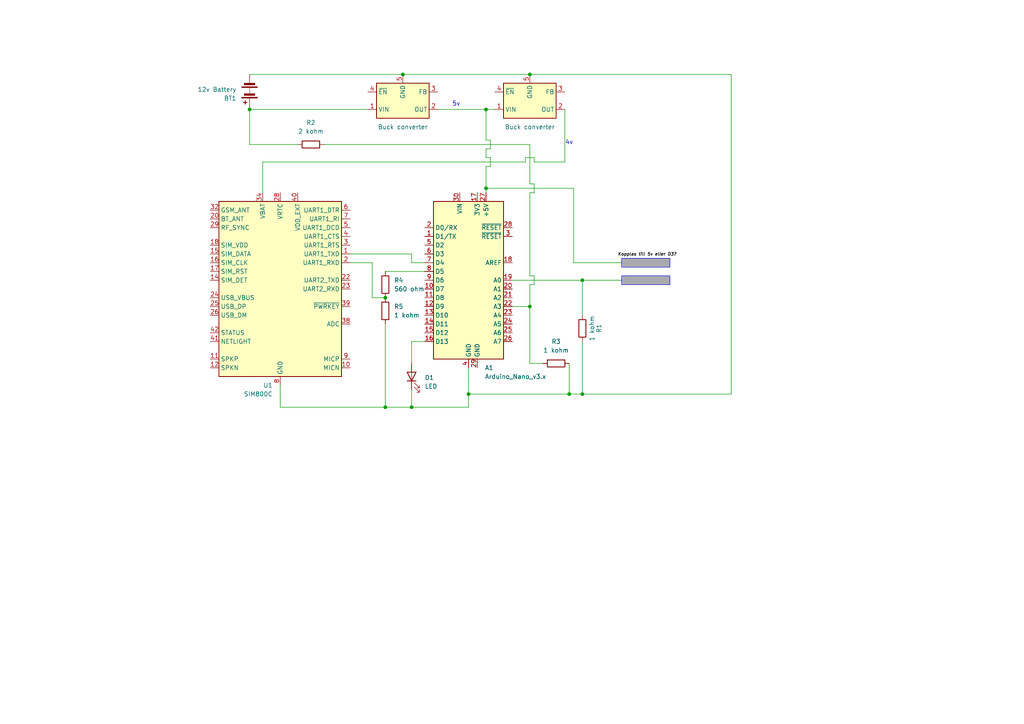
<source format=kicad_sch>
(kicad_sch (version 20231120) (generator "eeschema") (generator_version "8.0")
  (paper "A4")
  (title_block (title "SIMA") (date "2025-01-02") (rev "1") (company "SIMACompany"))
  (lib_symbols
    (symbol "Device:Battery" (pin_numbers hide) (pin_names (offset 0) hide)
      (property "Reference" "BT" (at 2.54 2.54 0))
      (property "Value" "Battery" (at 2.54 0 0))
      (symbol "Battery_0_1"
        (rectangle (start -2.286 -1.27) (end 2.286 -1.524) (fill (type outline)))
        (rectangle (start -2.286 1.778) (end 2.286 1.524) (fill (type outline)))
        (rectangle (start -1.524 -2.032) (end 1.524 -2.54) (fill (type outline)))
        (rectangle (start -1.524 1.016) (end 1.524 0.508) (fill (type outline)))
        (polyline (pts (xy 0 -1.016) (xy 0 -0.762)))
        (polyline (pts (xy 0 -0.508) (xy 0 -0.254)))
        (polyline (pts (xy 0 0) (xy 0 0.254)))
        (polyline (pts (xy 0 1.778) (xy 0 2.54)))
        (polyline (pts (xy 0.762 3.048) (xy 1.778 3.048)) (stroke (width 0.254)))
        (polyline (pts (xy 1.27 3.556) (xy 1.27 2.54)) (stroke (width 0.254)))
      )
      (symbol "Battery_1_1"
        (pin passive line (at 0 5.08 270) (length 2.54) (name "+") (number "1"))
        (pin passive line (at 0 -5.08 90) (length 2.54) (name "-") (number "2"))
      )
    )
    (symbol "Device:LED" (pin_numbers hide) (pin_names (offset 1.016) hide)
      (property "Reference" "D" (at 0 2.54 0))
      (property "Value" "LED" (at 0 -2.54 0))
      (symbol "LED_0_1"
        (polyline (pts (xy -1.27 -1.27) (xy -1.27 1.27)) (stroke (width 0.254)))
        (polyline (pts (xy -1.27 0) (xy 1.27 0)))
        (polyline (pts (xy 1.27 -1.27) (xy 1.27 1.27) (xy -1.27 0) (xy 1.27 -1.27)) (stroke (width 0.254)))
        (polyline (pts (xy -3.048 -0.762) (xy -4.572 -2.286) (xy -3.81 -2.286) (xy -4.572 -2.286) (xy -4.572 -1.524)))
        (polyline (pts (xy -1.778 -0.762) (xy -3.302 -2.286) (xy -2.54 -2.286) (xy -3.302 -2.286) (xy -3.302 -1.524)))
      )
      (symbol "LED_1_1"
        (pin passive line (at -3.81 0 0) (length 2.54) (name "K") (number "1"))
        (pin passive line (at 3.81 0 180) (length 2.54) (name "A") (number "2"))
      )
    )
    (symbol "Device:R" (pin_numbers hide) (pin_names (offset 0))
      (property "Reference" "R" (at 2.032 0 90))
      (property "Value" "R" (at 0 0 90))
      (symbol "R_0_1"
        (rectangle (start -1.016 -2.54) (end 1.016 2.54) (stroke (width 0.254)))
      )
      (symbol "R_1_1"
        (pin passive line (at 0 3.81 270) (length 1.27) (name "~") (number "1"))
        (pin passive line (at 0 -3.81 90) (length 1.27) (name "~") (number "2"))
      )
    )
    (symbol "MCU_Module:Arduino_Nano_v3.x"
      (property "Reference" "A" (at -10.16 23.495 0))
      (property "Value" "Arduino_Nano_v3.x" (at 5.08 -24.13 0))
      (symbol "Arduino_Nano_v3.x_0_1"
        (rectangle (start -10.16 22.86) (end 10.16 -22.86) (stroke (width 0.254)) (fill (type background)))
      )
      (symbol "Arduino_Nano_v3.x_1_1"
        (pin bidirectional line (at -12.7 12.7 0) (length 2.54) (name "D1/TX") (number "1"))
        (pin bidirectional line (at -12.7 -2.54 0) (length 2.54) (name "D7") (number "10"))
        (pin bidirectional line (at -12.7 -5.08 0) (length 2.54) (name "D8") (number "11"))
        (pin bidirectional line (at -12.7 -7.62 0) (length 2.54) (name "D9") (number "12"))
        (pin bidirectional line (at -12.7 -10.16 0) (length 2.54) (name "D10") (number "13"))
        (pin bidirectional line (at -12.7 -12.7 0) (length 2.54) (name "D11") (number "14"))
        (pin bidirectional line (at -12.7 -15.24 0) (length 2.54) (name "D12") (number "15"))
        (pin bidirectional line (at -12.7 -17.78 0) (length 2.54) (name "D13") (number "16"))
        (pin power_out line (at 2.54 25.4 270) (length 2.54) (name "3V3") (number "17"))
        (pin input line (at 12.7 5.08 180) (length 2.54) (name "AREF") (number "18"))
        (pin bidirectional line (at 12.7 0 180) (length 2.54) (name "A0") (number "19"))
        (pin bidirectional line (at -12.7 15.24 0) (length 2.54) (name "D0/RX") (number "2"))
        (pin bidirectional line (at 12.7 -2.54 180) (length 2.54) (name "A1") (number "20"))
        (pin bidirectional line (at 12.7 -5.08 180) (length 2.54) (name "A2") (number "21"))
        (pin bidirectional line (at 12.7 -7.62 180) (length 2.54) (name "A3") (number "22"))
        (pin bidirectional line (at 12.7 -10.16 180) (length 2.54) (name "A4") (number "23"))
        (pin bidirectional line (at 12.7 -12.7 180) (length 2.54) (name "A5") (number "24"))
        (pin bidirectional line (at 12.7 -15.24 180) (length 2.54) (name "A6") (number "25"))
        (pin bidirectional line (at 12.7 -17.78 180) (length 2.54) (name "A7") (number "26"))
        (pin power_out line (at 5.08 25.4 270) (length 2.54) (name "+5V") (number "27"))
        (pin input line (at 12.7 15.24 180) (length 2.54) (name "~{RESET}") (number "28"))
        (pin power_in line (at 2.54 -25.4 90) (length 2.54) (name "GND") (number "29"))
        (pin input line (at 12.7 12.7 180) (length 2.54) (name "~{RESET}") (number "3"))
        (pin power_in line (at -2.54 25.4 270) (length 2.54) (name "VIN") (number "30"))
        (pin power_in line (at 0 -25.4 90) (length 2.54) (name "GND") (number "4"))
        (pin bidirectional line (at -12.7 10.16 0) (length 2.54) (name "D2") (number "5"))
        (pin bidirectional line (at -12.7 7.62 0) (length 2.54) (name "D3") (number "6"))
        (pin bidirectional line (at -12.7 5.08 0) (length 2.54) (name "D4") (number "7"))
        (pin bidirectional line (at -12.7 2.54 0) (length 2.54) (name "D5") (number "8"))
        (pin bidirectional line (at -12.7 0 0) (length 2.54) (name "D6") (number "9"))
      )
    )
    (symbol "RF_GSM:SIM800C"
      (property "Reference" "U" (at -15.24 26.67 0))
      (property "Value" "SIM800C" (at 12.7 26.67 0))
      (symbol "SIM800C_0_1"
        (rectangle (start -17.78 25.4) (end 17.78 -25.4) (stroke (width 0.254)) (fill (type background)))
      )
      (symbol "SIM800C_1_1"
        (pin output line (at -20.32 10.16 0) (length 2.54) (name "UART1_TXD") (number "1"))
        (pin input line (at -20.32 -22.86 0) (length 2.54) (name "MICN") (number "10"))
        (pin output line (at 20.32 -20.32 180) (length 2.54) (name "SPKP") (number "11"))
        (pin output line (at 20.32 -22.86 180) (length 2.54) (name "SPKN") (number "12"))
        (pin passive line (at 0 -27.94 90) (length 2.54) hide (name "GND") (number "13"))
        (pin input line (at 20.32 2.54 180) (length 2.54) (name "SIM_DET") (number "14"))
        (pin bidirectional line (at 20.32 10.16 180) (length 2.54) (name "SIM_DATA") (number "15"))
        (pin output line (at 20.32 7.62 180) (length 2.54) (name "SIM_CLK") (number "16"))
        (pin output line (at 20.32 5.08 180) (length 2.54) (name "SIM_RST") (number "17"))
        (pin power_out line (at 20.32 12.7 180) (length 2.54) (name "SIM_VDD") (number "18"))
        (pin passive line (at 0 -27.94 90) (length 2.54) hide (name "GND") (number "19"))
        (pin input line (at -20.32 7.62 0) (length 2.54) (name "UART1_RXD") (number "2"))
        (pin passive line (at 20.32 20.32 180) (length 2.54) (name "BT_ANT") (number "20"))
        (pin passive line (at 0 -27.94 90) (length 2.54) hide (name "GND") (number "21"))
        (pin output line (at -20.32 2.54 0) (length 2.54) (name "UART2_TXD") (number "22"))
        (pin input line (at -20.32 0 0) (length 2.54) (name "UART2_RXD") (number "23"))
        (pin input line (at 20.32 -2.54 180) (length 2.54) (name "USB_VBUS") (number "24"))
        (pin bidirectional line (at 20.32 -5.08 180) (length 2.54) (name "USB_DP") (number "25"))
        (pin bidirectional line (at 20.32 -7.62 180) (length 2.54) (name "USB_DM") (number "26"))
        (pin passive line (at 0 -27.94 90) (length 2.54) hide (name "GND") (number "27"))
        (pin power_in line (at 0 27.94 270) (length 2.54) (name "VRTC") (number "28"))
        (pin output line (at 20.32 17.78 180) (length 2.54) (name "RF_SYNC") (number "29"))
        (pin input line (at -20.32 12.7 0) (length 2.54) (name "UART1_RTS") (number "3"))
        (pin passive line (at 0 -27.94 90) (length 2.54) hide (name "GND") (number "30"))
        (pin passive line (at 0 -27.94 90) (length 2.54) hide (name "GND") (number "31"))
        (pin passive line (at 20.32 22.86 180) (length 2.54) (name "GSM_ANT") (number "32"))
        (pin passive line (at 0 -27.94 90) (length 2.54) hide (name "GND") (number "33"))
        (pin power_in line (at 5.08 27.94 270) (length 2.54) (name "VBAT") (number "34"))
        (pin passive line (at 5.08 27.94 270) (length 2.54) hide (name "VBAT") (number "35"))
        (pin passive line (at 0 -27.94 90) (length 2.54) hide (name "GND") (number "36"))
        (pin passive line (at 0 -27.94 90) (length 2.54) hide (name "GND") (number "37"))
        (pin input line (at -20.32 -10.16 0) (length 2.54) (name "ADC") (number "38"))
        (pin input line (at -20.32 -5.08 0) (length 2.54) (name "~{PWRKEY}") (number "39"))
        (pin output line (at -20.32 15.24 0) (length 2.54) (name "UART1_CTS") (number "4"))
        (pin power_out line (at -5.08 27.94 270) (length 2.54) (name "VDD_EXT") (number "40"))
        (pin output line (at 20.32 -15.24 180) (length 2.54) (name "NETLIGHT") (number "41"))
        (pin output line (at 20.32 -12.7 180) (length 2.54) (name "STATUS") (number "42"))
        (pin output line (at -20.32 17.78 0) (length 2.54) (name "UART1_DCD") (number "5"))
        (pin input line (at -20.32 22.86 0) (length 2.54) (name "UART1_DTR") (number "6"))
        (pin output line (at -20.32 20.32 0) (length 2.54) (name "UART1_RI") (number "7"))
        (pin power_in line (at 0 -27.94 90) (length 2.54) (name "GND") (number "8"))
        (pin input line (at -20.32 -20.32 0) (length 2.54) (name "MICP") (number "9"))
      )
    )
    (symbol "Regulator_Switching:XL1509-3.3"
      (property "Reference" "U" (at -7.112 6.096 0))
      (property "Value" "XL1509-3.3" (at 5.842 6.096 0))
      (symbol "XL1509-3.3_0_1"
        (rectangle (start -7.62 5.08) (end 7.62 -5.08) (stroke (width 0.254)) (fill (type background)))
      )
      (symbol "XL1509-3.3_1_1"
        (pin power_in line (at -10.16 2.54 0) (length 2.54) (name "VIN") (number "1"))
        (pin power_out line (at 10.16 2.54 180) (length 2.54) (name "OUT") (number "2"))
        (pin input line (at 10.16 -2.54 180) (length 2.54) (name "FB") (number "3"))
        (pin input line (at -10.16 -2.54 0) (length 2.54) (name "~{EN}") (number "4"))
        (pin power_in line (at 0 -7.62 90) (length 2.54) (name "GND") (number "5"))
        (pin passive line (at 0 -7.62 90) (length 2.54) hide (name "GND") (number "6"))
        (pin passive line (at 0 -7.62 90) (length 2.54) hide (name "GND") (number "7"))
        (pin passive line (at 0 -7.62 90) (length 2.54) hide (name "GND") (number "8"))
      )
    )
  )
  (junction (at 111.76 118.11))
  (junction (at 140.97 31.75))
  (junction (at 140.97 54.61))
  (junction (at 153.67 21.59))
  (junction (at 165.1 114.3))
  (junction (at 168.91 81.28))
  (junction (at 153.67 88.9))
  (junction (at 119.38 118.11))
  (junction (at 168.91 114.3))
  (junction (at 72.39 31.75))
  (junction (at 116.84 21.59))
  (junction (at 135.89 114.3))
  (junction (at 111.76 86.36))
  (wire (pts (xy 135.89 114.3) (xy 135.89 106.68)))
  (wire (pts (xy 81.28 118.11) (xy 111.76 118.11)))
  (wire (pts (xy 168.91 99.06) (xy 168.91 114.3)))
  (wire (pts (xy 140.97 31.75) (xy 143.51 31.75)))
  (wire (pts (xy 212.09 21.59) (xy 212.09 114.3)))
  (wire (pts (xy 165.1 105.41) (xy 165.1 114.3)))
  (wire (pts (xy 153.67 21.59) (xy 212.09 21.59)))
  (wire (pts (xy 163.83 46.99) (xy 154.94 46.99)))
  (wire (pts (xy 166.37 76.2) (xy 166.37 54.61)))
  (wire (pts (xy 154.94 53.34) (xy 154.94 55.88)))
  (wire (pts (xy 72.39 31.75) (xy 72.39 41.91)))
  (wire (pts (xy 72.39 31.75) (xy 106.68 31.75)))
  (wire (pts (xy 154.94 82.55) (xy 153.67 82.55)))
  (wire (pts (xy 154.94 45.72) (xy 152.4 45.72)))
  (wire (pts (xy 154.94 46.99) (xy 154.94 45.72)))
  (wire (pts (xy 140.97 31.75) (xy 140.97 40.64)))
  (wire (pts (xy 119.38 99.06) (xy 119.38 105.41)))
  (wire (pts (xy 142.24 45.72) (xy 140.97 45.72)))
  (wire (pts (xy 119.38 73.66) (xy 119.38 76.2)))
  (wire (pts (xy 153.67 88.9) (xy 153.67 105.41)))
  (wire (pts (xy 119.38 118.11) (xy 135.89 118.11)))
  (wire (pts (xy 76.2 46.99) (xy 76.2 55.88)))
  (wire (pts (xy 153.67 88.9) (xy 148.59 88.9)))
  (wire (pts (xy 107.95 86.36) (xy 111.76 86.36)))
  (wire (pts (xy 135.89 118.11) (xy 135.89 114.3)))
  (wire (pts (xy 119.38 76.2) (xy 123.19 76.2)))
  (wire (pts (xy 119.38 113.03) (xy 119.38 118.11)))
  (wire (pts (xy 140.97 48.26) (xy 140.97 54.61)))
  (wire (pts (xy 153.67 80.01) (xy 154.94 80.01)))
  (wire (pts (xy 168.91 81.28) (xy 180.34 81.28)))
  (wire (pts (xy 152.4 45.72) (xy 152.4 46.99)))
  (wire (pts (xy 140.97 43.18) (xy 142.24 43.18)))
  (wire (pts (xy 153.67 53.34) (xy 154.94 53.34)))
  (wire (pts (xy 140.97 54.61) (xy 166.37 54.61)))
  (wire (pts (xy 212.09 114.3) (xy 168.91 114.3)))
  (wire (pts (xy 140.97 45.72) (xy 140.97 43.18)))
  (wire (pts (xy 111.76 93.98) (xy 111.76 118.11)))
  (wire (pts (xy 140.97 48.26) (xy 142.24 48.26)))
  (wire (pts (xy 165.1 114.3) (xy 135.89 114.3)))
  (wire (pts (xy 116.84 21.59) (xy 153.67 21.59)))
  (wire (pts (xy 153.67 105.41) (xy 157.48 105.41)))
  (wire (pts (xy 140.97 55.88) (xy 140.97 54.61)))
  (wire (pts (xy 93.98 41.91) (xy 153.67 41.91)))
  (wire (pts (xy 154.94 55.88) (xy 153.67 55.88)))
  (wire (pts (xy 127 31.75) (xy 140.97 31.75)))
  (wire (pts (xy 72.39 21.59) (xy 116.84 21.59)))
  (wire (pts (xy 111.76 78.74) (xy 123.19 78.74)))
  (wire (pts (xy 142.24 43.18) (xy 142.24 40.64)))
  (wire (pts (xy 153.67 41.91) (xy 153.67 53.34)))
  (wire (pts (xy 163.83 31.75) (xy 163.83 46.99)))
  (wire (pts (xy 142.24 48.26) (xy 142.24 45.72)))
  (wire (pts (xy 107.95 76.2) (xy 101.6 76.2)))
  (wire (pts (xy 153.67 82.55) (xy 153.67 88.9)))
  (wire (pts (xy 168.91 114.3) (xy 165.1 114.3)))
  (wire (pts (xy 107.95 76.2) (xy 107.95 86.36)))
  (wire (pts (xy 76.2 46.99) (xy 152.4 46.99)))
  (wire (pts (xy 101.6 73.66) (xy 119.38 73.66)))
  (wire (pts (xy 123.19 99.06) (xy 119.38 99.06)))
  (wire (pts (xy 153.67 55.88) (xy 153.67 80.01)))
  (wire (pts (xy 154.94 80.01) (xy 154.94 82.55)))
  (wire (pts (xy 81.28 111.76) (xy 81.28 118.11)))
  (wire (pts (xy 168.91 81.28) (xy 168.91 91.44)))
  (wire (pts (xy 111.76 118.11) (xy 119.38 118.11)))
  (wire (pts (xy 142.24 40.64) (xy 140.97 40.64)))
  (wire (pts (xy 180.34 76.2) (xy 166.37 76.2)))
  (wire (pts (xy 72.39 41.91) (xy 86.36 41.91)))
  (wire (pts (xy 148.59 81.28) (xy 168.91 81.28)))
  (rectangle (start 180.34 80.01) (end 194.31 82.55) (fill (type color) (color 170 169 173 1)))
  (rectangle (start 180.34 74.93) (end 194.31 77.47) (fill (type color) (color 170 169 173 1)))
  (text "4v" (at 165.1 41.402 0) (effects (font (size 1.27 1.27))))
  (text "Kopplas till 5v eller D3?" (at 187.706 73.914 0) (effects (font (size 0.889 0.889) (italic yes))))
  (text "5v" (at 132.334 30.226 0) (effects (font (size 1.27 1.27))))
  (symbol (lib_id "Regulator_Switching:XL1509-3.3") (at 153.67 29.21 0) (mirror x) (unit 1)
    (property "Reference" "U3" (effects (hide yes)))
    (property "Value" "Buck converter" (at 153.67 36.83 0))
    (property "Footprint" "Package_SO:SOIC-8_3.9x4.9mm_P1.27mm" (effects (hide yes)))
    (property "Datasheet" "https://datasheet.lcsc.com/lcsc/1809050422_XLSEMI-XL1509-5-0E1_C61063.pdf" (effects (hide yes)))
    (property "Description" "Buck DC/DC Converter, 2A, 3.3V Output Voltage, 4.5-40V Input Voltage" (effects (hide yes)))
  )
  (symbol (lib_id "Device:R") (at 168.91 95.25 0) (unit 1)
    (property "Reference" "R1" (at 173.736 95.25 90))
    (property "Value" "1 kohm" (at 171.704 95.25 90))
    (property "Description" "Resistor" (effects (hide yes)))
  )
  (symbol (lib_id "Regulator_Switching:XL1509-3.3") (at 116.84 29.21 0) (mirror x) (unit 1)
    (property "Reference" "U2" (effects (hide yes)))
    (property "Value" "Buck converter" (at 116.84 36.83 0))
    (property "Footprint" "Package_SO:SOIC-8_3.9x4.9mm_P1.27mm" (effects (hide yes)))
    (property "Datasheet" "https://datasheet.lcsc.com/lcsc/1809050422_XLSEMI-XL1509-5-0E1_C61063.pdf" (effects (hide yes)))
    (property "Description" "Buck DC/DC Converter, 2A, 3.3V Output Voltage, 4.5-40V Input Voltage" (effects (hide yes)))
  )
  (symbol (lib_id "Device:R") (at 90.17 41.91 90) (unit 1)
    (property "Reference" "R2" (at 90.17 35.56 90))
    (property "Value" "2 kohm" (at 90.17 38.1 90))
    (property "Description" "Resistor" (effects (hide yes)))
  )
  (symbol (lib_id "Device:Battery") (at 72.39 26.67 180) (unit 1)
    (property "Reference" "BT1" (at 68.58 28.5116 0) (effects (justify left)))
    (property "Value" "12v Battery" (at 68.58 25.9716 0) (effects (justify left)))
    (property "Description" "Multiple-cell battery" (effects (hide yes)))
  )
  (symbol (lib_id "RF_GSM:SIM800C") (at 81.28 83.82 0) (mirror y) (unit 1)
    (property "Reference" "U1" (at 79.0859 111.76 0) (effects (justify left)))
    (property "Value" "SIM800C" (at 79.0859 114.3 0) (effects (justify left)))
    (property "Footprint" "RF_GSM:SIMCom_SIM800C" (effects (hide yes)))
    (property "Datasheet" "http://simcom.ee/documents/SIM800C/SIM800C_Hardware_Design_V1.05.pdf" (effects (hide yes)))
    (property "Description" "GSM Quad-Band Communication Module, GPRS, Audio Engine, AT Command Set, Bluetooth is Optional" (effects (hide yes)))
  )
  (symbol (lib_id "Device:R") (at 161.29 105.41 90) (unit 1)
    (property "Reference" "R3" (at 161.29 99.06 90))
    (property "Value" "1 kohm" (at 161.29 101.6 90))
    (property "Description" "Resistor" (effects (hide yes)))
  )
  (symbol (lib_id "Device:LED") (at 119.38 109.22 90) (unit 1)
    (property "Reference" "D1" (at 123.19 109.5374 90) (effects (justify right)))
    (property "Value" "LED" (at 123.19 112.0774 90) (effects (justify right)))
    (property "Description" "Light emitting diode" (effects (hide yes)))
  )
  (symbol (lib_id "Device:R") (at 111.76 82.55 0) (unit 1)
    (property "Reference" "R4" (at 114.3 81.2799 0) (effects (justify left)))
    (property "Value" "560 ohm" (at 114.3 83.8199 0) (effects (justify left)))
    (property "Description" "Resistor" (effects (hide yes)))
  )
  (symbol (lib_id "Device:R") (at 111.76 90.17 0) (unit 1)
    (property "Reference" "R5" (at 114.3 88.8999 0) (effects (justify left)))
    (property "Value" "1 kohm" (at 114.3 91.4399 0) (effects (justify left)))
    (property "Description" "Resistor" (effects (hide yes)))
  )
  (symbol (lib_id "MCU_Module:Arduino_Nano_v3.x") (at 135.89 81.28 0) (unit 1)
    (property "Reference" "A1" (at 140.6241 106.68 0) (effects (justify left)))
    (property "Value" "Arduino_Nano_v3.x" (at 140.6241 109.22 0) (effects (justify left)))
    (property "Footprint" "Module:Arduino_Nano" (effects (hide yes)))
    (property "Datasheet" "http://www.mouser.com/pdfdocs/Gravitech_Arduino_Nano3_0.pdf" (effects (hide yes)))
    (property "Description" "Arduino Nano v3.x" (effects (hide yes)))
  )
)
</source>
